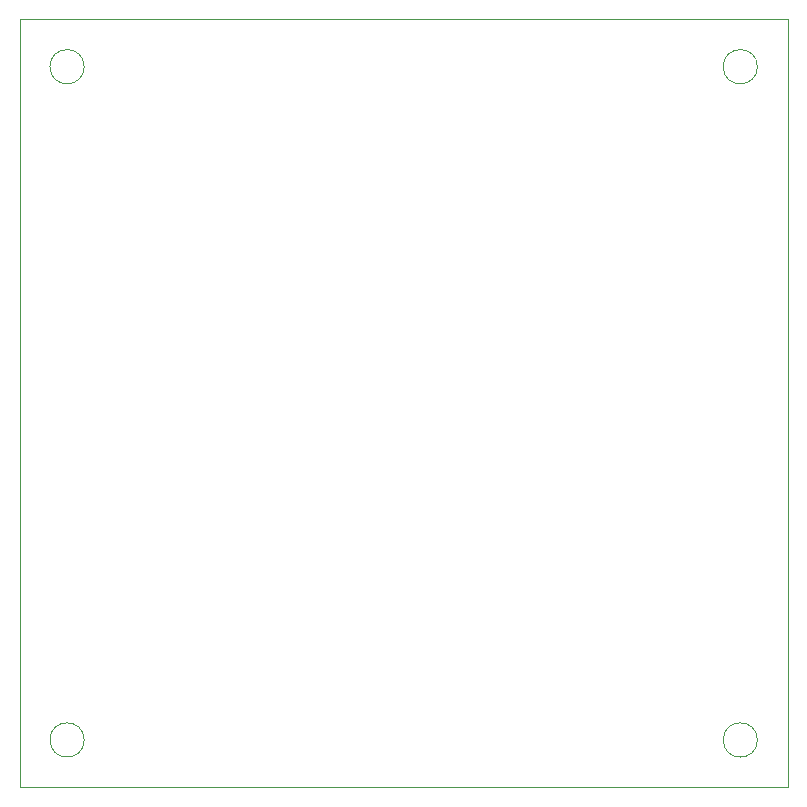
<source format=gbr>
%TF.GenerationSoftware,KiCad,Pcbnew,9.0.6-9.0.6~ubuntu24.04.1*%
%TF.CreationDate,2025-12-14T15:25:01+01:00*%
%TF.ProjectId,MCM-81349,4d434d2d-3831-4333-9439-2e6b69636164,rev?*%
%TF.SameCoordinates,Original*%
%TF.FileFunction,Profile,NP*%
%FSLAX46Y46*%
G04 Gerber Fmt 4.6, Leading zero omitted, Abs format (unit mm)*
G04 Created by KiCad (PCBNEW 9.0.6-9.0.6~ubuntu24.04.1) date 2025-12-14 15:25:01*
%MOMM*%
%LPD*%
G01*
G04 APERTURE LIST*
%TA.AperFunction,Profile*%
%ADD10C,0.100000*%
%TD*%
G04 APERTURE END LIST*
D10*
X65450000Y-49000000D02*
G75*
G02*
X62550000Y-49000000I-1450000J0D01*
G01*
X62550000Y-49000000D02*
G75*
G02*
X65450000Y-49000000I1450000J0D01*
G01*
X122450000Y-106000000D02*
G75*
G02*
X119550000Y-106000000I-1450000J0D01*
G01*
X119550000Y-106000000D02*
G75*
G02*
X122450000Y-106000000I1450000J0D01*
G01*
X122450000Y-49000000D02*
G75*
G02*
X119550000Y-49000000I-1450000J0D01*
G01*
X119550000Y-49000000D02*
G75*
G02*
X122450000Y-49000000I1450000J0D01*
G01*
X125000000Y-110000000D02*
X125000000Y-45000000D01*
X65450000Y-106000000D02*
G75*
G02*
X62550000Y-106000000I-1450000J0D01*
G01*
X62550000Y-106000000D02*
G75*
G02*
X65450000Y-106000000I1450000J0D01*
G01*
X60000000Y-110000000D02*
X125000000Y-110000000D01*
X60000000Y-45000000D02*
X60000000Y-110000000D01*
X125000000Y-45000000D02*
X60000000Y-45000000D01*
M02*

</source>
